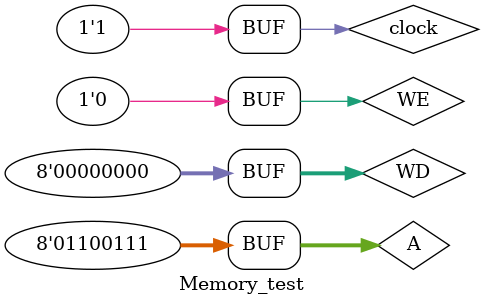
<source format=v>
`timescale 1ns / 1ps


module Memory_test;

	// Inputs
	reg [7:0] A;
	reg [7:0] WD;
	reg clock;
	reg WE;

	// Outputs
	wire [7:0] RD;

	// CLOCK
	parameter PERIOD = 100;

	always begin
		clock = 1'b0;
		#(PERIOD/2) clock = 1'b1;
		#(PERIOD/2);
	end  

	// Instantiate the Unit Under Test (UUT)
	Memory uut (
		.A(A), 
		.WD(WD), 
		.clock(clock), 
		.WE(WE), 
		.RD(RD)
	);

	initial begin
		// Initialize Inputs
		A = 0;
		WD = 0;
		WE = 0;
		// Wait 100 ns for global reset to finish
		#100;
		
		// Initialize Inputs
		A = 64;
		WD = 0;
		WE = 0;
		// Wait 100 ns for global reset to finish
		#100;
		
		// Initialize Inputs
		A = 63;
		WD = 0;
		WE = 0;
		// Wait 100 ns for global reset to finish
		#100;
		
		// Initialize Inputs
		A = 68;
		WD = 0;
		WE = 0;
		// Wait 100 ns for global reset to finish
		#100;
		
		// Initialize Inputs
		A = 72;
		WD = 0;
		WE = 0;
		// Wait 100 ns for global reset to finish
		#100;
		
		// Initialize Inputs
		A = 100;
		WD = 0;
		WE = 0;
		// Wait 100 ns for global reset to finish
		#100;
		
		// Initialize Inputs
		A = 101;
		WD = 0;
		WE = 0;
		// Wait 100 ns for global reset to finish
		#100;
		
		// Initialize Inputs
		A = 102;
		WD = 0;
		WE = 0;
		// Wait 100 ns for global reset to finish
		#100;
		
		// Initialize Inputs
		A = 103;
		WD = 0;
		WE = 0;
		// Wait 100 ns for global reset to finish
		#100;
        
		

	end
      
endmodule


</source>
